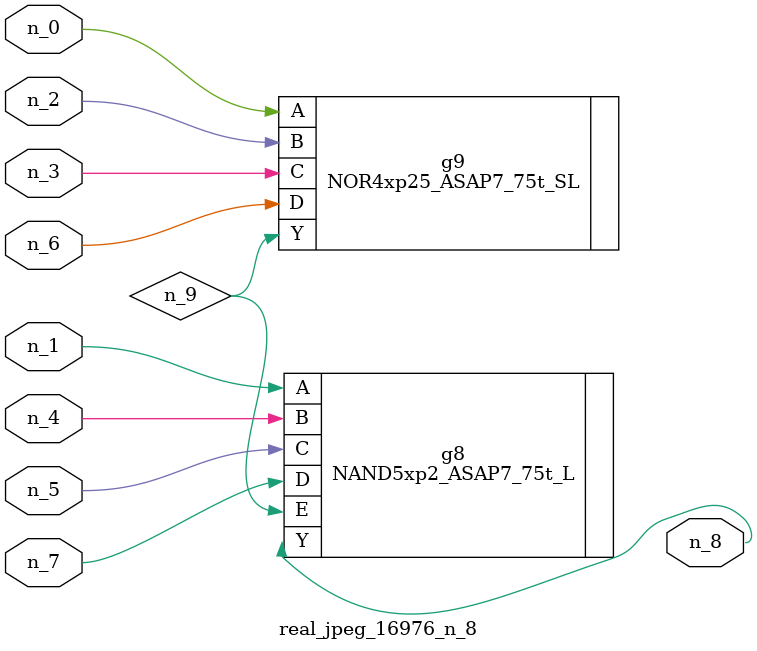
<source format=v>
module real_jpeg_16976_n_8 (n_5, n_4, n_0, n_1, n_2, n_6, n_7, n_3, n_8);

input n_5;
input n_4;
input n_0;
input n_1;
input n_2;
input n_6;
input n_7;
input n_3;

output n_8;

wire n_9;

NOR4xp25_ASAP7_75t_SL g9 ( 
.A(n_0),
.B(n_2),
.C(n_3),
.D(n_6),
.Y(n_9)
);

NAND5xp2_ASAP7_75t_L g8 ( 
.A(n_1),
.B(n_4),
.C(n_5),
.D(n_7),
.E(n_9),
.Y(n_8)
);


endmodule
</source>
